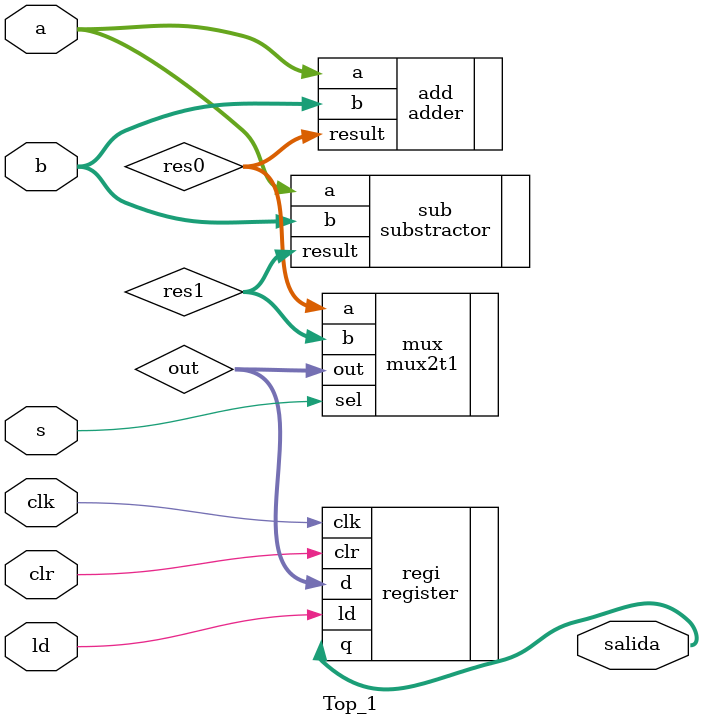
<source format=v>
`timescale 1ns/1ps

module Top_1(
    input clk, clr, ld, s,
    input [3:0] a, b,
    output [3:0] salida
);

    wire[3:0] res0, res1, out;

    adder add(.a(a), .b(b), .result(res0));
    substractor sub(.a(a), .b(b), .result(res1));
    mux2t1 mux(.a(res0), .b(res1), .sel(s), .out(out));
    register regi(.clk(clk), .clr(clr), .ld(ld), .d(out), .q(salida));

endmodule
</source>
